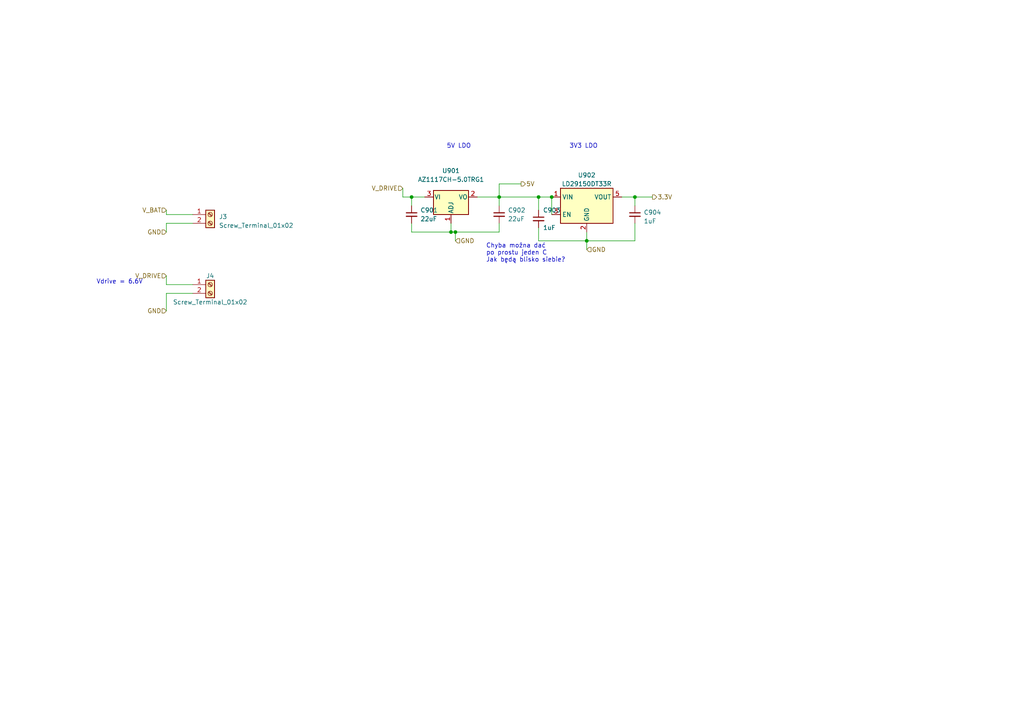
<source format=kicad_sch>
(kicad_sch (version 20230121) (generator eeschema)
  (paper "A4")
  (lib_symbols
    (symbol "Connector:Screw_Terminal_01x02" (pin_names (offset 1.016) hide)
      (property "Reference" "J" (at 0 2.54 0))
      (property "Value" "Screw_Terminal_01x02" (at 0 -5.08 0))
      (symbol "Screw_Terminal_01x02_1_1"
        (rectangle (start -1.27 1.27) (end 1.27 -3.81) (stroke (width 0.254)) (fill (type background)))
        (circle (center 0 -2.54) (radius 0.635) (stroke (width 0.1524)))
        (polyline (pts (xy -0.5334 -2.2098) (xy 0.3302 -3.048)) (stroke (width 0.1524)))
        (polyline (pts (xy -0.5334 0.3302) (xy 0.3302 -0.508)) (stroke (width 0.1524)))
        (polyline (pts (xy -0.3556 -2.032) (xy 0.508 -2.8702)) (stroke (width 0.1524)))
        (polyline (pts (xy -0.3556 0.508) (xy 0.508 -0.3302)) (stroke (width 0.1524)))
        (circle (center 0 0) (radius 0.635) (stroke (width 0.1524)))
        (pin passive line (at -5.08 0 0) (length 3.81) (name "Pin_1") (number "1"))
        (pin passive line (at -5.08 -2.54 0) (length 3.81) (name "Pin_2") (number "2"))
      )
    )
    (symbol "Device:C_Small" (pin_numbers hide) (pin_names (offset 0.254) hide)
      (property "Reference" "C" (at 0.254 1.778 0))
      (property "Value" "C_Small" (at 0.254 -2.032 0))
      (symbol "C_Small_0_1"
        (polyline (pts (xy -1.524 -0.508) (xy 1.524 -0.508)) (stroke (width 0.3302)))
        (polyline (pts (xy -1.524 0.508) (xy 1.524 0.508)) (stroke (width 0.3048)))
      )
      (symbol "C_Small_1_1"
        (pin passive line (at 0 2.54 270) (length 2.032) (name "~") (number "1"))
        (pin passive line (at 0 -2.54 90) (length 2.032) (name "~") (number "2"))
      )
    )
    (symbol "Regulator_Linear:AZ1117H-ADJ" (pin_names (offset 0.254))
      (property "Reference" "U" (at -3.81 3.175 0))
      (property "Value" "AZ1117H-ADJ" (at 0 3.175 0))
      (symbol "AZ1117H-ADJ_0_1"
        (rectangle (start -5.08 1.905) (end 5.08 -5.08) (stroke (width 0.254)) (fill (type background)))
      )
      (symbol "AZ1117H-ADJ_1_1"
        (pin input line (at 0 -7.62 90) (length 2.54) (name "ADJ") (number "1"))
        (pin power_out line (at 7.62 0 180) (length 2.54) (name "VO") (number "2"))
        (pin power_in line (at -7.62 0 0) (length 2.54) (name "VI") (number "3"))
      )
    )
    (symbol "Regulator_Linear:MIC5366-3.3YC5"
      (property "Reference" "U" (at -6.35 6.35 0))
      (property "Value" "MIC5366-3.3YC5" (at 0 6.35 0))
      (symbol "MIC5366-3.3YC5_0_1"
        (rectangle (start -7.62 -5.08) (end 7.62 5.08) (stroke (width 0.254)) (fill (type background)))
      )
      (symbol "MIC5366-3.3YC5_1_1"
        (pin power_in line (at -10.16 2.54 0) (length 2.54) (name "VIN") (number "1"))
        (pin power_in line (at 0 -7.62 90) (length 2.54) (name "GND") (number "2"))
        (pin input line (at -10.16 -2.54 0) (length 2.54) (name "EN") (number "3"))
        (pin no_connect line (at 7.62 -2.54 180) (length 2.54) hide (name "NC") (number "4"))
        (pin power_out line (at 10.16 2.54 180) (length 2.54) (name "VOUT") (number "5"))
      )
    )
  )
  (junction (at 170.18 69.85))
  (junction (at 130.81 67.31))
  (junction (at 132.08 67.31))
  (junction (at 144.78 57.15))
  (junction (at 119.38 57.15))
  (junction (at 156.21 57.15))
  (junction (at 184.15 57.15))
  (junction (at 160.02 57.15))
  (wire (pts (xy 160.02 57.15) (xy 160.02 62.23)))
  (wire (pts (xy 184.15 57.15) (xy 184.15 59.69)))
  (wire (pts (xy 48.26 64.77) (xy 48.26 67.31)))
  (wire (pts (xy 48.26 64.77) (xy 55.88 64.77)))
  (wire (pts (xy 156.21 57.15) (xy 156.21 60.96)))
  (wire (pts (xy 48.26 62.23) (xy 55.88 62.23)))
  (wire (pts (xy 156.21 66.04) (xy 156.21 69.85)))
  (wire (pts (xy 144.78 57.15) (xy 156.21 57.15)))
  (wire (pts (xy 132.08 67.31) (xy 132.08 69.85)))
  (wire (pts (xy 170.18 69.85) (xy 170.18 72.39)))
  (wire (pts (xy 144.78 53.34) (xy 144.78 57.15)))
  (wire (pts (xy 151.13 53.34) (xy 144.78 53.34)))
  (wire (pts (xy 132.08 67.31) (xy 144.78 67.31)))
  (wire (pts (xy 180.34 57.15) (xy 184.15 57.15)))
  (wire (pts (xy 138.43 57.15) (xy 144.78 57.15)))
  (wire (pts (xy 119.38 67.31) (xy 130.81 67.31)))
  (wire (pts (xy 48.26 85.09) (xy 48.26 90.17)))
  (wire (pts (xy 184.15 57.15) (xy 189.23 57.15)))
  (wire (pts (xy 156.21 69.85) (xy 170.18 69.85)))
  (wire (pts (xy 130.81 64.77) (xy 130.81 67.31)))
  (wire (pts (xy 116.84 54.61) (xy 116.84 57.15)))
  (wire (pts (xy 144.78 64.77) (xy 144.78 67.31)))
  (wire (pts (xy 170.18 67.31) (xy 170.18 69.85)))
  (wire (pts (xy 119.38 64.77) (xy 119.38 67.31)))
  (wire (pts (xy 48.26 82.55) (xy 55.88 82.55)))
  (wire (pts (xy 156.21 57.15) (xy 160.02 57.15)))
  (wire (pts (xy 116.84 57.15) (xy 119.38 57.15)))
  (wire (pts (xy 130.81 67.31) (xy 132.08 67.31)))
  (wire (pts (xy 55.88 85.09) (xy 48.26 85.09)))
  (wire (pts (xy 119.38 57.15) (xy 119.38 59.69)))
  (wire (pts (xy 184.15 64.77) (xy 184.15 69.85)))
  (wire (pts (xy 170.18 69.85) (xy 184.15 69.85)))
  (wire (pts (xy 123.19 57.15) (xy 119.38 57.15)))
  (wire (pts (xy 48.26 62.23) (xy 48.26 60.96)))
  (wire (pts (xy 48.26 80.01) (xy 48.26 82.55)))
  (wire (pts (xy 144.78 57.15) (xy 144.78 59.69)))
  (text "5V LDO" (at 129.54 43.18 0) (effects (font (size 1.27 1.27)) (justify left bottom)))
  (text "3V3 LDO" (at 165.1 43.18 0) (effects (font (size 1.27 1.27)) (justify left bottom)))
  (text "Vdrive = 6.6V" (at 27.94 82.55 0) (effects (font (size 1.27 1.27)) (justify left bottom)))
  (text "Chyba można dać \npo prostu jeden C\nJak będą blisko siebie?" (at 140.97 76.2 0) (effects (font (size 1.27 1.27)) (justify left bottom)))
  (hierarchical_label "GND" (shape input) (at 48.26 90.17 180))
  (hierarchical_label "GND" (shape input) (at 170.18 72.39 0))
  (hierarchical_label "GND" (shape input) (at 132.08 69.85 0))
  (hierarchical_label "V_DRIVE" (shape input) (at 48.26 80.01 180))
  (hierarchical_label "5V" (shape output) (at 151.13 53.34 0))
  (hierarchical_label "3.3V" (shape output) (at 189.23 57.15 0))
  (hierarchical_label "V_DRIVE" (shape input) (at 116.84 54.61 180))
  (hierarchical_label "V_BAT" (shape input) (at 48.26 60.96 180))
  (hierarchical_label "GND" (shape input) (at 48.26 67.31 180))
  (symbol (lib_id "Device:C_Small") (at 156.21 63.5 0) (unit 1)
    (property "Reference" "C903" (at 157.48 60.96 0) (effects (justify left)))
    (property "Value" "1uF" (at 157.48 66.04 0) (effects (justify left)))
    (property "Footprint" "Capacitor_SMD:C_0805_2012Metric_Pad1.18x1.45mm_HandSolder" (effects hide))
    (instances (project "Hexapod_Hardware" (path "" (reference "C903") (unit 1))) (project "test_ADC_and_CurrentSensors" (path "" (reference "C6") (unit 1))) (project "combat_2.0" (path "" (reference "C6") (unit 1))))
  )
  (symbol (lib_id "Device:C_Small") (at 144.78 62.23 0) (unit 1)
    (property "Reference" "C902" (at 147.32 60.9662 0) (effects (justify left)))
    (property "Value" "22uF" (at 147.32 63.5062 0) (effects (justify left)))
    (property "Footprint" "Capacitor_SMD:C_0805_2012Metric_Pad1.18x1.45mm_HandSolder" (effects hide))
    (instances (project "Hexapod_Hardware" (path "" (reference "C902") (unit 1))) (project "test_ADC_and_CurrentSensors" (path "" (reference "C5") (unit 1))) (project "combat_2.0" (path "" (reference "C4") (unit 1))))
  )
  (symbol (lib_id "Device:C_Small") (at 119.38 62.23 0) (unit 1)
    (property "Reference" "C901" (at 121.92 60.9662 0) (effects (justify left)))
    (property "Value" "22uF" (at 121.92 63.5062 0) (effects (justify left)))
    (property "Footprint" "Capacitor_SMD:C_0805_2012Metric_Pad1.18x1.45mm_HandSolder" (effects hide))
    (instances (project "Hexapod_Hardware" (path "" (reference "C901") (unit 1))) (project "test_ADC_and_CurrentSensors" (path "" (reference "C4") (unit 1))) (project "combat_2.0" (path "" (reference "C2") (unit 1))))
  )
  (symbol (lib_id "Connector:Screw_Terminal_01x02") (at 60.96 62.23 0) (unit 1)
    (property "Reference" "J3" (at 63.5 62.865 0) (effects (justify left)))
    (property "Value" "Screw_Terminal_01x02" (at 63.5 65.405 0) (effects (justify left)))
    (property "Footprint" "TerminalBlock:TerminalBlock_Altech_AK300-2_P5.00mm" (effects hide))
    (instances (project "Hexapod_Hardware" (path "" (reference "J3") (unit 1)) (path "" (reference "J901") (unit 1))))
  )
  (symbol (lib_id "Regulator_Linear:MIC5366-3.3YC5") (at 170.18 59.69 0) (unit 1)
    (property "Reference" "U902" (at 170.18 50.8 0))
    (property "Value" "LD29150DT33R" (at 170.18 53.34 0))
    (property "Footprint" "Package_TO_SOT_SMD:SOT-353_SC-70-5" (effects hide))
    (property "Datasheet" "http://ww1.microchip.com/downloads/en/DeviceDoc/mic5365.pdf" (effects hide))
    (instances (project "Hexapod_Hardware" (path "" (reference "U902") (unit 1))) (project "test_ADC_and_CurrentSensors" (path "" (reference "U3") (unit 1))) (project "combat_2.0" (path "" (reference "U2") (unit 1))))
  )
  (symbol (lib_id "Device:C_Small") (at 184.15 62.23 0) (unit 1)
    (property "Reference" "C904" (at 186.69 61.6013 0) (effects (justify left)))
    (property "Value" "1uF" (at 186.69 64.1413 0) (effects (justify left)))
    (property "Footprint" "Capacitor_SMD:C_0805_2012Metric_Pad1.18x1.45mm_HandSolder" (effects hide))
    (instances (project "Hexapod_Hardware" (path "" (reference "C904") (unit 1))) (project "test_ADC_and_CurrentSensors" (path "" (reference "C7") (unit 1))) (project "combat_2.0" (path "" (reference "C8") (unit 1))))
  )
  (symbol (lib_id "Connector:Screw_Terminal_01x02") (at 60.96 82.55 0) (unit 1)
    (property "Reference" "J4" (at 60.96 80.01 0))
    (property "Value" "Screw_Terminal_01x02" (at 60.96 87.63 0))
    (property "Footprint" "TerminalBlock:TerminalBlock_Altech_AK300-2_P5.00mm" (effects hide))
    (instances (project "Hexapod_Hardware" (path "" (reference "J4") (unit 1)) (path "" (reference "J902") (unit 1))))
  )
  (symbol (lib_id "Regulator_Linear:AZ1117H-ADJ") (at 130.81 57.15 0) (unit 1)
    (property "Reference" "U901" (at 130.81 49.53 0))
    (property "Value" "AZ1117CH-5.0TRG1" (at 130.81 52.07 0))
    (property "Footprint" "Package_TO_SOT_SMD:SOT-223-3_TabPin2" (effects hide))
    (property "Datasheet" "https://www.diodes.com/assets/Datasheets/products_inactive_data/AZ1117.pdf" (effects hide))
    (instances (project "Hexapod_Hardware" (path "" (reference "U901") (unit 1))) (project "test_ADC_and_CurrentSensors" (path "" (reference "U2") (unit 1))) (project "combat_2.0" (path "" (reference "U1") (unit 1))))
  )
)
</source>
